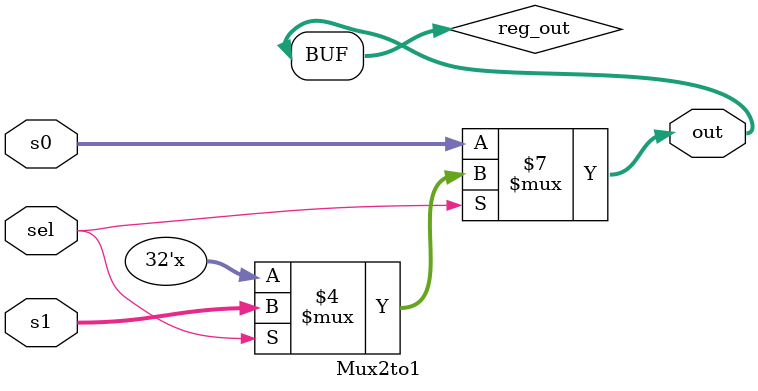
<source format=v>
module Mux2to1 #(
    parameter size = 32
) 
(
    input sel,                      // Selector
    input signed [size-1:0] s0,     // Input 0
    input signed [size-1:0] s1,     // Input 1
    output signed [size-1:0] out    // Output
);
    // TODO: implement your 2to1 multiplexer here
    reg [size-1:0] reg_out;
    assign out = reg_out;
    always @(*) begin
        if (sel == 0) begin
            reg_out <= s0;
        end
        else if (sel == 1) begin
            reg_out <= s1;
        end
    end
endmodule


</source>
